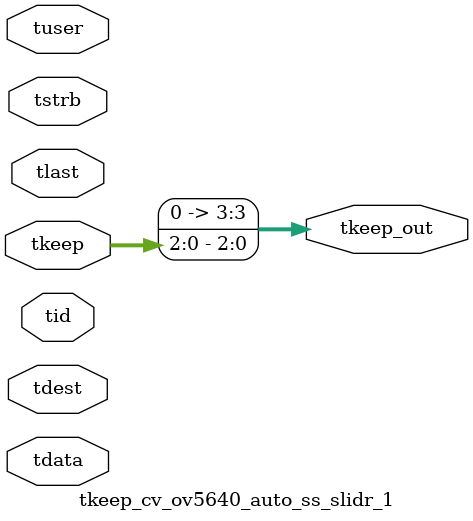
<source format=v>


`timescale 1ps/1ps

module tkeep_cv_ov5640_auto_ss_slidr_1 #
(
parameter C_S_AXIS_TDATA_WIDTH = 32,
parameter C_S_AXIS_TUSER_WIDTH = 0,
parameter C_S_AXIS_TID_WIDTH   = 0,
parameter C_S_AXIS_TDEST_WIDTH = 0,
parameter C_M_AXIS_TDATA_WIDTH = 32
)
(
input  [(C_S_AXIS_TDATA_WIDTH == 0 ? 1 : C_S_AXIS_TDATA_WIDTH)-1:0     ] tdata,
input  [(C_S_AXIS_TUSER_WIDTH == 0 ? 1 : C_S_AXIS_TUSER_WIDTH)-1:0     ] tuser,
input  [(C_S_AXIS_TID_WIDTH   == 0 ? 1 : C_S_AXIS_TID_WIDTH)-1:0       ] tid,
input  [(C_S_AXIS_TDEST_WIDTH == 0 ? 1 : C_S_AXIS_TDEST_WIDTH)-1:0     ] tdest,
input  [(C_S_AXIS_TDATA_WIDTH/8)-1:0 ] tkeep,
input  [(C_S_AXIS_TDATA_WIDTH/8)-1:0 ] tstrb,
input                                                                    tlast,
output [(C_M_AXIS_TDATA_WIDTH/8)-1:0 ] tkeep_out
);

assign tkeep_out = {tkeep[2:0]};

endmodule


</source>
